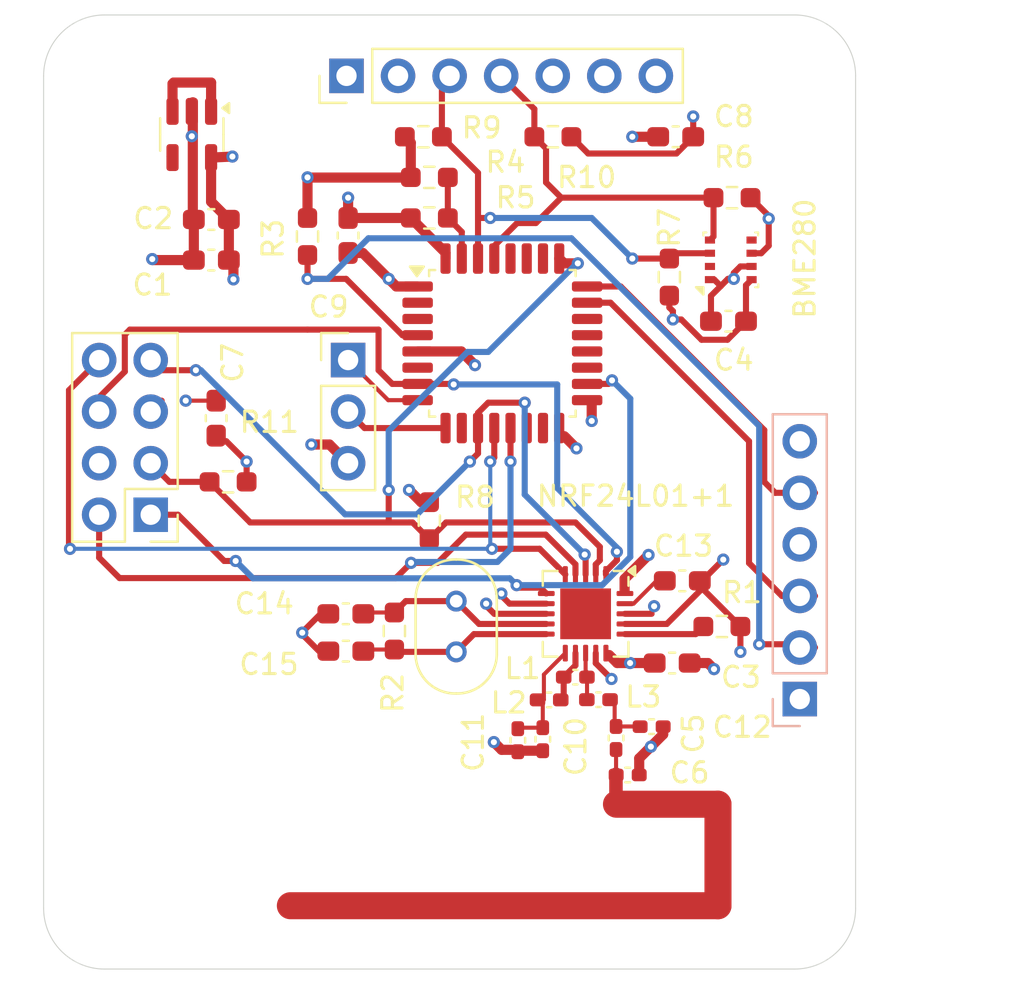
<source format=kicad_pcb>
(kicad_pcb (version 20240108) (generator "pcbnew") (generator_version "8.0")
  (layers (0 "F.Cu" signal) (1 "In1.Cu" signal) (2 "In2.Cu" signal) (31 "B.Cu" signal) (34 "B.Paste" user) (35 "F.Paste" user) (36 "B.SilkS" user "B.Silkscreen") (37 "F.SilkS" user "F.Silkscreen") (38 "B.Mask" user) (39 "F.Mask" user) (44 "Edge.Cuts" user))
  (net 0 "")
  (net 1 "+3V3")
  (net 2 "GND1")
  (net 3 "50 O out")
  (net 4 "SPI_SCK")
  (net 5 "SPI_MOSI")
  (net 6 "CS_NRF")
  (net 7 "NRF_CE")
  (net 8 "SPI_MISO")
  (net 9 "NRF_IRQ")
  (net 10 "I2C_SDA")
  (net 12 "I2C_SCL")
  (net 15 "SW_CLK")
  (net 16 "NRST")
  (net 18 "SW_DIO")
  (net 19 "UART_RX")
  (net 20 "UART_TX")
  (net 22 "PowerIn")
  (net 23 "unconnected-(U5-BP-Pad4)")
  (net 25 "Net-(STM32F030R8-BOOT0)")
  (net 39 "Net-(NRF24L01+1-VDD_PA)")
  (net 40 "Net-(NRF24L01+1-DVDD)")
  (net 41 "Net-(NRF24L01+1-XC2)")
  (net 42 "Net-(NRF24L01+1-XC1)")
  (net 43 "Net-(NRF24L01+1-ANT1)")
  (net 44 "Net-(NRF24L01+1-ANT2)")
  (net 45 "Net-(NRF24L01+1-IREF)")
  (net 46 "Net-(C12-Pad1)")
  (footprint "Capacitor_SMD:C_0603_1608Metric_Pad1.08x0.95mm_HandSolder" (layer "F.Cu") (at 170 80.8625 90)
    (property "Reference" "C9")
    (property "Value" "1uF")
  )
  (footprint "Package_DFN_QFN:QFN-20-1EP_4x4mm_P0.5mm_EP2.5x2.5mm" (layer "F.Cu") (at 181.7 99.5 -90)
    (property "Reference" "NRF24L01+1")
    (property "Value" "~")
  )
  (footprint "Inductor_SMD:L_0402_1005Metric_Pad0.77x0.64mm_HandSolder" (layer "F.Cu") (at 179.9025 103.74 180)
    (property "Reference" "L2")
    (property "Value" "2.7nH")
  )
  (footprint "Resistor_SMD:R_0603_1608Metric_Pad0.98x0.95mm_HandSolder" (layer "F.Cu") (at 188.4125 100.125)
    (property "Reference" "R1")
    (property "Value" "22k")
  )
  (footprint "Capacitor_SMD:C_0603_1608Metric_Pad1.08x0.95mm_HandSolder" (layer "F.Cu") (at 188.7375 85.0875 180)
    (property "Reference" "C4")
    (property "Value" "1uF")
  )
  (footprint "Resistor_SMD:R_0603_1608Metric_Pad0.98x0.95mm_HandSolder" (layer "F.Cu") (at 174 80 180)
    (property "Reference" "R5")
    (property "Value" "0")
  )
  (footprint "MountingHole:MountingHole_2.2mm_M2" (layer "F.Cu") (at 158 114)
    (property "Reference" "H3" (hide yes))
    (property "Value" "MountingHole")
  )
  (footprint "Capacitor_SMD:C_0603_1608Metric_Pad1.08x0.95mm_HandSolder" (layer "F.Cu") (at 163.2625 82.075 180)
    (property "Reference" "C1")
    (property "Value" "1uF")
  )
  (footprint "Capacitor_SMD:C_0603_1608Metric_Pad1.08x0.95mm_HandSolder" (layer "F.Cu") (at 185.9625 101.925 180)
    (property "Reference" "C3")
    (property "Value" "1uF")
  )
  (footprint "Capacitor_SMD:C_0402_1005Metric_Pad0.74x0.62mm_HandSolder" (layer "F.Cu") (at 178.36 105.7275 90)
    (property "Reference" "C11")
    (property "Value" "4.7pF")
  )
  (footprint "Capacitor_SMD:C_0402_1005Metric_Pad0.74x0.62mm_HandSolder" (layer "F.Cu") (at 183.2 105.6175 -90)
    (property "Reference" "C5")
    (property "Value" "1.5p")
  )
  (footprint "Connector_PinHeader_2.54mm:PinHeader_1x07_P2.54mm_Vertical" (layer "F.Cu") (at 169.92 73 90)
    (property "Reference" "J2" (hide yes))
    (property "Value" "BME Pin Header")
  )
  (footprint "Capacitor_SMD:C_0603_1608Metric_Pad1.08x0.95mm_HandSolder" (layer "F.Cu") (at 186.4625 97.875 180)
    (property "Reference" "C13")
    (property "Value" "33nF")
  )
  (footprint "Resistor_SMD:R_0603_1608Metric_Pad0.98x0.95mm_HandSolder" (layer "F.Cu") (at 173.7075 76)
    (property "Reference" "R9")
    (property "Value" "4.7kO")
  )
  (footprint "Package_QFP:LQFP-32_7x7mm_P0.8mm" (layer "F.Cu") (at 177.6 86.175)
    (property "Reference" "STM32F030R8" (hide yes))
    (property "Value" "~")
  )
  (footprint "Capacitor_SMD:C_0603_1608Metric_Pad1.08x0.95mm_HandSolder" (layer "F.Cu") (at 163.2625 80.075 180)
    (property "Reference" "C2")
    (property "Value" "10uF")
  )
  (footprint "Capacitor_SMD:C_0402_1005Metric_Pad0.74x0.62mm_HandSolder" (layer "F.Cu") (at 183.7725 107.44)
    (property "Reference" "C6")
    (property "Value" "1pF")
  )
  (footprint "Connector_PinHeader_2.54mm:PinHeader_1x03_P2.54mm_Vertical" (layer "F.Cu") (at 170 87)
    (property "Reference" "UART1" (hide yes))
    (property "Value" "UART")
  )
  (footprint "ECS-160-20-46X:XTAL_ECS-160-20-46X" (layer "F.Cu") (at 175.325 100.125 -90)
    (property "Reference" "Y1" (hide yes))
    (property "Value" "16MH")
  )
  (footprint "Capacitor_SMD:C_0603_1608Metric_Pad1.08x0.95mm_HandSolder" (layer "F.Cu") (at 186.1375 76 180)
    (property "Reference" "C8")
    (property "Value" "1u")
  )
  (footprint "Capacitor_SMD:C_0402_1005Metric_Pad0.74x0.62mm_HandSolder" (layer "F.Cu") (at 179.59 105.6775 90)
    (property "Reference" "C10")
    (property "Value" "2.2nF")
  )
  (footprint "Resistor_SMD:R_0603_1608Metric_Pad0.98x0.95mm_HandSolder" (layer "F.Cu") (at 174 78)
    (property "Reference" "R4")
    (property "Value" "no-pop")
  )
  (footprint "Resistor_SMD:R_0603_1608Metric_Pad0.98x0.95mm_HandSolder" (layer "F.Cu") (at 168 80.9125 -90)
    (property "Reference" "R3")
    (property "Value" "10k")
  )
  (footprint "Package_TO_SOT_SMD:SOT-23-5" (layer "F.Cu") (at 162.3 75.8875 -90)
    (property "Reference" "U5" (hide yes))
    (property "Value" "MIC5205-3.3YM5")
  )
  (footprint "Inductor_SMD:L_0402_1005Metric_Pad0.77x0.64mm_HandSolder" (layer "F.Cu") (at 182.3325 103.73 180)
    (property "Reference" "L3")
    (property "Value" "3.9nH")
  )
  (footprint "MountingHole:MountingHole_2.2mm_M2" (layer "F.Cu") (at 192 114)
    (property "Reference" "H4" (hide yes))
    (property "Value" "MountingHole")
  )
  (footprint "Package_LGA:Bosch_LGA-8_2.5x2.5mm_P0.65mm_ClockwisePinNumbering" (layer "F.Cu") (at 188.85 82.0625 90)
    (property "Reference" "BME280")
    (property "Value" "BME280")
  )
  (footprint "Inductor_SMD:L_0402_1005Metric_Pad0.77x0.64mm_HandSolder" (layer "F.Cu") (at 181.1925 102.62)
    (property "Reference" "L1")
    (property "Value" "8.2nH")
  )
  (footprint "Resistor_SMD:R_0603_1608Metric_Pad0.98x0.95mm_HandSolder" (layer "F.Cu") (at 164.0875 93 180)
    (property "Reference" "R11")
    (property "Value" "4.7kO")
  )
  (footprint "Capacitor_SMD:C_0402_1005Metric_Pad0.74x0.62mm_HandSolder" (layer "F.Cu") (at 184.9525 105.06)
    (property "Reference" "C12")
    (property "Value" "1pF")
  )
  (footprint "MountingHole:MountingHole_2.2mm_M2" (layer "F.Cu") (at 158 73)
    (property "Reference" "H2" (hide yes))
    (property "Value" "MountingHole")
  )
  (footprint "Connector_PinHeader_2.54mm:PinHeader_2x04_P2.54mm_Vertical" (layer "F.Cu") (at 160.275 94.62 180)
    (property "Reference" "J1" (hide yes))
    (property "Value" "NRF Pin Header")
  )
  (footprint "Resistor_SMD:R_0603_1608Metric_Pad0.98x0.95mm_HandSolder" (layer "F.Cu") (at 185.825 82.9125 90)
    (property "Reference" "R7")
    (property "Value" "4.7kO")
  )
  (footprint "Resistor_SMD:R_0603_1608Metric_Pad0.98x0.95mm_HandSolder" (layer "F.Cu") (at 174 94.9125 -90)
    (property "Reference" "R8")
    (property "Value" "4.7kO")
  )
  (footprint "Resistor_SMD:R_0603_1608Metric_Pad0.98x0.95mm_HandSolder" (layer "F.Cu") (at 172.28 100.3475 -90)
    (property "Reference" "R2")
    (property "Value" "1M")
  )
  (footprint "Resistor_SMD:R_0603_1608Metric_Pad0.98x0.95mm_HandSolder" (layer "F.Cu") (at 188.9125 79 180)
    (property "Reference" "R6")
    (property "Value" "4.7kO")
  )
  (footprint "Capacitor_SMD:C_0603_1608Metric_Pad1.08x0.95mm_HandSolder" (layer "F.Cu") (at 169.8875 101.34 180)
    (property "Reference" "C15")
    (property "Value" "22pF")
  )
  (footprint "Capacitor_SMD:C_0603_1608Metric_Pad1.08x0.95mm_HandSolder" (layer "F.Cu") (at 169.8875 99.5 180)
    (property "Reference" "C14")
    (property "Value" "22pF")
  )
  (footprint "Capacitor_SMD:C_0603_1608Metric_Pad1.08x0.95mm_HandSolder" (layer "F.Cu") (at 163.5 89.8625 -90)
    (property "Reference" "C7")
    (property "Value" "1u")
  )
  (footprint "Resistor_SMD:R_0603_1608Metric_Pad0.98x0.95mm_HandSolder" (layer "F.Cu") (at 180.0875 76 180)
    (property "Reference" "R10")
    (property "Value" "4.7kO")
  )
  (footprint "MountingHole:MountingHole_2.2mm_M2" (layer "F.Cu") (at 192 73)
    (property "Reference" "H1" (hide yes))
    (property "Value" "MountingHole")
  )
  (footprint "Connector_PinHeader_2.54mm:PinHeader_1x06_P2.54mm_Vertical" (layer "B.Cu") (at 192.25 103.7)
    (property "Reference" "NotSure1" (hide yes))
    (property "Value" "NOT SURE WHAT THIS IS")
  )
  (gr_line (start 195 114) (end 195 73) (stroke (width 0.05)) (layer "Edge.Cuts"))
  (gr_arc (start 158 117) (mid 155.87868 116.12132) (end 155 114) (stroke (width 0.05)) (layer "Edge.Cuts"))
  (gr_line (start 192 70) (end 158 70) (stroke (width 0.05)) (layer "Edge.Cuts"))
  (gr_arc (start 155 73) (mid 155.87868 70.87868) (end 158 70) (stroke (width 0.05)) (layer "Edge.Cuts"))
  (gr_line (start 158 117) (end 192 117) (stroke (width 0.05)) (layer "Edge.Cuts"))
  (gr_arc (start 192 70) (mid 194.12132 70.87868) (end 195 73) (stroke (width 0.05)) (layer "Edge.Cuts"))
  (gr_arc (start 195 114) (mid 194.12132 116.12132) (end 192 117) (stroke (width 0.05)) (layer "Edge.Cuts"))
  (gr_line (start 155 73) (end 155 114) (stroke (width 0.05)) (layer "Edge.Cuts"))
  (segment (start 189.6 85.0875) (end 189.6 83.3125) (width 0.3) (layer "F.Cu") (net 1))
  (segment (start 190.72 80.03) (end 190.72 81.3675) (width 0.3) (layer "F.Cu") (net 1))
  (segment (start 164 91) (end 165 92) (width 0.3) (layer "F.Cu") (net 1))
  (segment (start 176.25 87.25) (end 175.575 86.575) (width 0.5) (layer "F.Cu") (net 1))
  (segment (start 186.412568 85) (end 187.412568 86) (width 0.3) (layer "F.Cu") (net 1))
  (segment (start 174 94) (end 173.6 94) (width 0.5) (layer "F.Cu") (net 1))
  (segment (start 163.25 79.2) (end 163.25 77.025) (width 0.5) (layer "F.Cu") (net 1))
  (segment (start 187.412568 86) (end 188.6875 86) (width 0.3) (layer "F.Cu") (net 1))
  (segment (start 190.72 81.3675) (end 190.35 81.7375) (width 0.3) (layer "F.Cu") (net 1))
  (segment (start 164.125 80.075) (end 164.125 82.075) (width 0.5) (layer "F.Cu") (net 1))
  (segment (start 182 89) (end 182 90) (width 0.5) (layer "F.Cu") (net 1))
  (segment (start 184.95 99.25) (end 185.075 99.125) (width 0.2032) (layer "F.Cu") (net 1))
  (segment (start 190.72 79.895) (end 189.825 79) (width 0.3) (layer "F.Cu") (net 1))
  (segment (start 173.0875 78) (end 173.0775 78.01) (width 0.5) (layer "F.Cu") (net 1))
  (segment (start 172 83) (end 172.375 83.375) (width 0.5) (layer "F.Cu") (net 1))
  (segment (start 190.72 80.03) (end 190.72 79.895) (width 0.3) (layer "F.Cu") (net 1))
  (segment (start 187 75) (end 187 76) (width 0.3) (layer "F.Cu") (net 1))
  (segment (start 173.0775 78.01) (end 168.01 78.01) (width 0.5) (layer "F.Cu") (net 1))
  (segment (start 181.975 88.975) (end 182 89) (width 0.2) (layer "F.Cu") (net 1))
  (segment (start 183.89 101.925) (end 185.1 101.925) (width 0.2) (layer "F.Cu") (net 1))
  (segment (start 170.1625 81.875) (end 170 81.7125) (width 0.3) (layer "F.Cu") (net 1))
  (segment (start 184.95 99.5) (end 184.95 99.25) (width 0.2032) (layer "F.Cu") (net 1))
  (segment (start 170 81.725) (end 170.725 81.725) (width 0.5) (layer "F.Cu") (net 1))
  (segment (start 164.35 83.025) (end 164.35 82.3) (width 0.5) (layer "F.Cu") (net 1))
  (segment (start 173.0875 76.2925) (end 172.795 76) (width 0.5) (layer "F.Cu") (net 1))
  (segment (start 164.3 76.975) (end 164.25 77.025) (width 0.3) (layer "F.Cu") (net 1))
  (segment (start 179.7625 99) (end 177.95 99) (width 0.3) (layer "F.Cu") (net 1))
  (segment (start 185 73.16) (end 185.16 73) (width 0.3) (layer "F.Cu") (net 1))
  (segment (start 185.825 83.825) (end 185.825 84.412432) (width 0.3) (layer "F.Cu") (net 1))
  (segment (start 168.01 78.01) (end 168 78) (width 0.5) (layer "F.Cu") (net 1))
  (segment (start 188.6875 86) (end 189.6 85.0875) (width 0.3) (layer "F.Cu") (net 1))
  (segment (start 186 84.587432) (end 186 85) (width 0.3) (layer "F.Cu") (net 1))
  (segment (start 168 78) (end 168 80) (width 0.5) (layer "F.Cu") (net 1))
  (segment (start 185.825 84.412432) (end 186 84.587432) (width 0.3) (layer "F.Cu") (net 1))
  (segment (start 170.725 81.725) (end 172 83) (width 0.5) (layer "F.Cu") (net 1))
  (segment (start 190.35 81.7375) (end 189.875 81.7375) (width 0.3) (layer "F.Cu") (net 1))
  (segment (start 163.775 91) (end 163.5 90.725) (width 0.3) (layer "F.Cu") (net 1))
  (segment (start 164.125 80.075) (end 163.25 79.2) (width 0.5) (layer "F.Cu") (net 1))
  (segment (start 165 93) (end 165 92) (width 0.3) (layer "F.Cu") (net 1))
  (segment (start 183.6375 99.5) (end 184.95 99.5) (width 0.3) (layer "F.Cu") (net 1))
  (segment (start 181.775 88.975) (end 181.975 88.975) (width 0.2) (layer "F.Cu") (net 1))
  (segment (start 175.575 86.575) (end 173.425 86.575) (width 0.5) (layer "F.Cu") (net 1))
  (segment (start 172.375 83.375) (end 173.425 83.375) (width 0.5) (layer "F.Cu") (net 1))
  (segment (start 182.7 101.4375) (end 182.7175 101.42) (width 0.2) (layer "F.Cu") (net 1))
  (segment (start 173.0875 78) (end 173.0875 76.2925) (width 0.5) (layer "F.Cu") (net 1))
  (segment (start 185.16 73) (end 185.16 73.16) (width 0.3) (layer "F.Cu") (net 1))
  (segment (start 189.6 83.3125) (end 189.875 83.0375) (width 0.3) (layer "F.Cu") (net 1))
  (segment (start 164 91) (end 163.775 91) (width 0.3) (layer "F.Cu") (net 1))
  (segment (start 163.25 77.025) (end 164.3 76.975) (width 0.5) (layer "F.Cu") (net 1))
  (segment (start 182.86 101.53) (end 183.255 101.925) (width 0.5) (layer "F.Cu") (net 1))
  (segment (start 181.825 76.825) (end 186.175 76.825) (width 0.3) (layer "F.Cu") (net 1))
  (segment (start 182.7 101.4375) (end 182.7975 101.4375) (width 0.2) (layer "F.Cu") (net 1))
  (segment (start 173.6 94) (end 173 93.4) (width 0.5) (layer "F.Cu") (net 1))
  (segment (start 177.95 99) (end 177.575 98.625) (width 0.3) (layer "F.Cu") (net 1))
  (segment (start 183.255 101.925) (end 185.1 101.925) (width 0.5) (layer "F.Cu") (net 1))
  (segment (start 186 85) (end 186.412568 85) (width 0.3) (layer "F.Cu") (net 1))
  (segment (start 181 76) (end 181.825 76.825) (width 0.3) (layer "F.Cu") (net 1))
  (segment (start 164.35 82.3) (end 164.125 82.075) (width 0.3) (layer "F.Cu") (net 1))
  (segment (start 186.175 76.825) (end 187 76) (width 0.3) (layer "F.Cu") (net 1))
  (via (at 164.35 83.025) (size 0.6) (drill 0.3) (layers "F.Cu" "B.Cu") (net 1))
  (via (at 186 85) (size 0.6) (drill 0.3) (layers "F.Cu" "B.Cu") (net 1))
  (via (at 185.075 99.125) (size 0.6) (drill 0.3) (layers "F.Cu" "B.Cu") (net 1))
  (via (at 164.3 76.975) (size 0.6) (drill 0.3) (layers "F.Cu" "B.Cu") (net 1))
  (via (at 172 83) (size 0.6) (drill 0.3) (layers "F.Cu" "B.Cu") (net 1))
  (via (at 168 78) (size 0.6) (drill 0.3) (layers "F.Cu" "B.Cu") (net 1))
  (via (at 176.25 87.25) (size 0.6) (drill 0.3) (layers "F.Cu" "B.Cu") (net 1))
  (via (at 173 93.4) (size 0.6) (drill 0.3) (layers "F.Cu" "B.Cu") (net 1))
  (via (at 165 92) (size 0.6) (drill 0.3) (layers "F.Cu" "B.Cu") (net 1))
  (via (at 187 75) (size 0.6) (drill 0.3) (layers "F.Cu" "B.Cu") (net 1))
  (via (at 182 90) (size 0.6) (drill 0.3) (layers "F.Cu" "B.Cu") (net 1))
  (via (at 183.89 101.925) (size 0.6) (drill 0.3) (layers "F.Cu" "B.Cu") (net 1))
  (via (at 177.55 98.5) (size 0.6) (drill 0.3) (layers "F.Cu" "B.Cu") (net 1))
  (via (at 190.72 80.03) (size 0.6) (drill 0.3) (layers "F.Cu" "B.Cu") (net 1))
  (segment (start 157.735 92.08) (end 157.735 92.156296) (width 0.3) (layer "B.Cu") (net 1))
  (segment (start 182.2 101.935096) (end 182.974904 102.71) (width 0.3) (layer "F.Cu") (net 2))
  (segment (start 187.825 83.0375) (end 188.0375 83.0375) (width 0.3) (layer "F.Cu") (net 2))
  (segment (start 189 82.7125) (end 189.325 82.3875) (width 0.3) (layer "F.Cu") (net 2))
  (segment (start 188.7125 83) (end 189 83) (width 0.3) (layer "F.Cu") (net 2))
  (segment (start 167.74 100.41) (end 168.65 99.5) (width 0.3) (layer "F.Cu") (net 2))
  (segment (start 178.41 106.245) (end 178.36 106.295) (width 0.5) (layer "F.Cu") (net 2))
  (segment (start 162 89) (end 163.5 89) (width 0.2032) (layer "F.Cu") (net 2))
  (segment (start 160.4 82.075) (end 162.4 82.075) (width 0.5) (layer "F.Cu") (net 2))
  (segment (start 185.52 105.44) (end 185.52 105.06) (width 0.5) (layer "F.Cu") (net 2))
  (segment (start 187.325 97.875) (end 187.435 97.875) (width 0.3) (layer "F.Cu") (net 2))
  (segment (start 187.325 98.125) (end 187.325 97.875) (width 0.3) (layer "F.Cu") (net 2))
  (segment (start 180.65 90.75) (end 180.75 90.85) (width 0.5) (layer "F.Cu") (net 2))
  (segment (start 168.65 99.5) (end 169.025 99.5) (width 0.2) (layer "F.Cu") (net 2))
  (segment (start 170 92.08) (end 169.08 91.16) (width 0.5) (layer "F.Cu") (net 2))
  (segment (start 183.6375 100) (end 185.7 100) (width 0.3) (layer "F.Cu") (net 2))
  (segment (start 177.56 106.2) (end 177.18 105.82) (width 0.5) (layer "F.Cu") (net 2))
  (segment (start 160.735 90) (end 160.275 89.54) (width 0.3) (layer "F.Cu") (net 2))
  (segment (start 182.2 101.4375) (end 182.2 101.935096) (width 0.3) (layer "F.Cu") (net 2))
  (segment (start 160.815 89) (end 160.275 89.54) (width 0.3) (layer "F.Cu") (net 2))
  (segment (start 189 83) (end 189 82.7125) (width 0.3) (layer "F.Cu") (net 2))
  (segment (start 188.0375 83.0375) (end 188.35625 83.35625) (width 0.3) (layer "F.Cu") (net 2))
  (segment (start 170 80) (end 173.0875 80) (width 0.5) (layer "F.Cu") (net 2))
  (segment (start 184.8 96.6) (end 183.62 97.78) (width 0.5) (layer "F.Cu") (net 2))
  (segment (start 187.875 85.0875) (end 187.875 83.8375) (width 0.3) (layer "F.Cu") (net 2))
  (segment (start 184.34 106.62) (end 184.915 106.045) (width 0.5) (layer "F.Cu") (net 2))
  (segment (start 178.06 106.2) (end 177.56 106.2) (width 0.5) (layer "F.Cu") (net 2))
  (segment (start 169.025 101.34) (end 168.57 101.34) (width 0.2) (layer "F.Cu") (net 2))
  (segment (start 179.545 106.2) (end 179.59 106.245) (width 0.5) (layer "F.Cu") (net 2))
  (segment (start 160.35 82.025) (end 160.4 82.075) (width 0.3) (layer "F.Cu") (net 2))
  (segment (start 162.4 80.075) (end 162.35 80.025) (width 0.3) (layer "F.Cu") (net 2))
  (segment (start 182.99 102.71) (end 182.974904 102.71) (width 0.3) (layer "F.Cu") (net 2))
  (segment (start 188.35625 83.35625) (end 188.7125 83) (width 0.3) (layer "F.Cu") (net 2))
  (segment (start 168.57 101.34) (end 167.69 100.46) (width 0.3) (layer "F.Cu") (net 2))
  (segment (start 187.875 83.8375) (end 188.35625 83.35625) (width 0.3) (layer "F.Cu") (net 2))
  (segment (start 189.325 82.3875) (end 189.875 82.3875) (width 0.3) (layer "F.Cu") (net 2))
  (segment (start 180.75 90.85) (end 181.25 91.35) (width 0.5) (layer "F.Cu") (net 2))
  (segment (start 183.62 97.78) (end 183.62 98.36) (width 0.5) (layer "F.Cu") (net 2))
  (segment (start 167.74 100.43) (end 167.74 100.41) (width 0.2) (layer "F.Cu") (net 2))
  (segment (start 186.825 101.925) (end 187.725 101.925) (width 0.5) (layer "F.Cu") (net 2))
  (segment (start 185.7 100) (end 187.45 98.25) (width 0.3) (layer "F.Cu") (net 2))
  (segment (start 178.36 106.295) (end 178.36 106.5) (width 0.2) (layer "F.Cu") (net 2))
  (segment (start 189.325 100.125) (end 187.45 98.25) (width 0.3) (layer "F.Cu") (net 2))
  (segment (start 187.435 97.875) (end 188.48 96.83) (width 0.3) (layer "F.Cu") (net 2))
  (segment (start 179.59 106.245) (end 178.41 106.245) (width 0.5) (layer "F.Cu") (net 2))
  (segment (start 174.8 81.7125) (end 173.0875 80) (width 0.5) (layer "F.Cu") (net 2))
  (segment (start 184.8 96.6) (end 184.7 96.5) (width 0.3) (layer "F.Cu") (net 2))
  (segment (start 169.08 91.16) (end 168.19 91.16) (width 0.5) (layer "F.Cu") (net 2))
  (segment (start 189.325 100.125) (end 189.325 101.375) (width 0.3) (layer "F.Cu") (net 2))
  (segment (start 187.45 98.25) (end 187.325 98.125) (width 0.3) (layer "F.Cu") (net 2))
  (segment (start 170 80) (end 170 79) (width 0.5) (layer "F.Cu") (net 2))
  (segment (start 184.915 106.045) (end 185.52 105.44) (width 0.5) (layer "F.Cu") (net 2))
  (segment (start 185.275 76) (end 184 76) (width 0.5) (layer "F.Cu") (net 2))
  (segment (start 162.35 80.025) (end 162.35 74.3) (width 0.5) (layer "F.Cu") (net 2))
  (segment (start 162.35 76.025) (end 162.3 75.975) (width 0.3) (layer "F.Cu") (net 2))
  (segment (start 162.4 80.075) (end 162.4 82.075) (width 0.5) (layer "F.Cu") (net 2))
  (segment (start 177.2 99.5) (end 176.825 99.125) (width 0.3) (layer "F.Cu") (net 2))
  (segment (start 179.7625 99.5) (end 177.2 99.5) (width 0.3) (layer "F.Cu") (net 2))
  (segment (start 174.8 82) (end 174.8 81.7125) (width 0.5) (layer "F.Cu") (net 2))
  (segment (start 167.72 100.43) (end 167.74 100.43) (width 0.2) (layer "F.Cu") (net 2))
  (segment (start 184.34 107.44) (end 184.34 106.62) (width 0.5) (layer "F.Cu") (net 2))
  (segment (start 167.69 100.46) (end 167.72 100.43) (width 0.2) (layer "F.Cu") (net 2))
  (segment (start 187.725 101.925) (end 188.025 102.225) (width 0.5) (layer "F.Cu") (net 2))
  (via (at 160.35 82.025) (size 0.6) (drill 0.3) (layers "F.Cu" "B.Cu") (net 2))
  (via (at 176.8 99) (size 0.6) (drill 0.3) (layers "F.Cu" "B.Cu") (net 2))
  (via (at 177.18 105.82) (size 0.6) (drill 0.3) (layers "F.Cu" "B.Cu") (net 2))
  (via (at 184 76) (size 0.6) (drill 0.3) (layers "F.Cu" "B.Cu") (net 2))
  (via (at 184.8 96.6) (size 0.6) (drill 0.3) (layers "F.Cu" "B.Cu") (net 2))
  (via (at 188.025 102.225) (size 0.6) (drill 0.3) (layers "F.Cu" "B.Cu") (net 2))
  (via (at 170 79) (size 0.6) (drill 0.3) (layers "F.Cu" "B.Cu") (net 2))
  (via (at 188.48 96.83) (size 0.6) (drill 0.3) (layers "F.Cu" "B.Cu") (net 2))
  (via (at 162.3 75.975) (size 0.6) (drill 0.3) (layers "F.Cu" "B.Cu") (net 2))
  (via (at 189.325 101.375) (size 0.6) (drill 0.3) (layers "F.Cu" "B.Cu") (net 2))
  (via (at 167.74 100.43) (size 0.6) (drill 0.3) (layers "F.Cu" "B.Cu") (net 2))
  (via (at 162 89) (size 0.6) (drill 0.3) (layers "F.Cu" "B.Cu") (net 2))
  (via (at 181.25 91.35) (size 0.6) (drill 0.3) (layers "F.Cu" "B.Cu") (net 2))
  (via (at 189 83) (size 0.6) (drill 0.3) (layers "F.Cu" "B.Cu") (net 2))
  (via (at 184.915 106.045) (size 0.6) (drill 0.3) (layers "F.Cu" "B.Cu") (net 2))
  (via (at 182.974904 102.71) (size 0.6) (drill 0.3) (layers "F.Cu" "B.Cu") (net 2))
  (via (at 168.19 91.16) (size 0.6) (drill 0.3) (layers "F.Cu" "B.Cu") (net 2))
  (segment (start 183.195 107.405) (end 183.195 108.88) (width 0.6666) (layer "F.Cu") (net 3))
  (segment (start 183.2 107.435) (end 183.205 107.44) (width 0.2) (layer "F.Cu") (net 3))
  (segment (start 188.22 108.88) (end 188.22 113.88) (width 1.3332) (layer "F.Cu") (net 3))
  (segment (start 183.2 106.185) (end 183.2 107.435) (width 0.2) (layer "F.Cu") (net 3))
  (segment (start 188.22 108.88) (end 183.22 108.88) (width 1.3332) (layer "F.Cu") (net 3))
  (segment (start 188.22 113.88) (end 167.1553 113.88) (width 1.3332) (layer "F.Cu") (net 3))
  (segment (start 162.5 87.5) (end 160.775 87.5) (width 0.3) (layer "F.Cu") (net 4))
  (segment (start 176.4 90.35) (end 176.4 89.600001) (width 0.3) (layer "F.Cu") (net 4))
  (segment (start 176 92) (end 176.4 91.6) (width 0.3) (layer "F.Cu") (net 4))
  (segment (start 176.900001 89.1) (end 178.7 89.1) (width 0.3) (layer "F.Cu") (net 4))
  (segment (start 160.775 87.5) (end 160.275 87) (width 0.3) (layer "F.Cu") (net 4))
  (segment (start 176.4 89.600001) (end 176.900001 89.1) (width 0.3) (layer "F.Cu") (net 4))
  (segment (start 176.4 91.6) (end 176.4 90.35) (width 0.3) (layer "F.Cu") (net 4))
  (segment (start 181.7 97.5625) (end 181.7 96.7) (width 0.3) (layer "F.Cu") (net 4))
  (via (at 178.7 89.1) (size 0.6) (drill 0.3) (layers "F.Cu" "B.Cu") (net 4))
  (via (at 176 92) (size 0.6) (drill 0.3) (layers "F.Cu" "B.Cu") (net 4))
  (via (at 162.5 87.5) (size 0.6) (drill 0.3) (layers "F.Cu" "B.Cu") (net 4))
  (via (at 181.653296 96.581318) (size 0.6) (drill 0.3) (layers "F.Cu" "B.Cu") (net 4))
  (segment (start 176 92) (end 173.4 94.6) (width 0.3) (layer "B.Cu") (net 4))
  (segment (start 162.75 87.5) (end 162.5 87.5) (width 0.3) (layer "B.Cu") (net 4))
  (segment (start 173.4 94.6) (end 169.85 94.6) (width 0.3) (layer "B.Cu") (net 4))
  (segment (start 169.85 94.6) (end 162.75 87.5) (width 0.3) (layer "B.Cu") (net 4))
  (segment (start 178.7 89.1) (end 178.7 89.2) (width 0.3) (layer "B.Cu") (net 4))
  (segment (start 178.7 93.628022) (end 178.7 89.1) (width 0.3) (layer "B.Cu") (net 4))
  (segment (start 181.653296 96.581318) (end 178.7 93.628022) (width 0.3) (layer "B.Cu") (net 4))
  (segment (start 178 90.35) (end 178 92) (width 0.3) (layer "F.Cu") (net 5))
  (segment (start 172.35 97.74) (end 158.74 97.74) (width 0.3) (layer "F.Cu") (net 5))
  (segment (start 181.2 97.064904) (end 181.2 97.5625) (width 0.3) (layer "F.Cu") (net 5))
  (segment (start 179.735096 95.6) (end 181.2 97.064904) (width 0.3) (layer "F.Cu") (net 5))
  (segment (start 173.1 96.99) (end 172.35 97.74) (width 0.3) (layer "F.Cu") (net 5))
  (segment (start 174.41 96.99) (end 175.8 95.6) (width 0.3) (layer "F.Cu") (net 5))
  (segment (start 173.1 96.99) (end 174.41 96.99) (width 0.3) (layer "F.Cu") (net 5))
  (segment (start 157.735 96.735) (end 157.735 94.62) (width 0.3) (layer "F.Cu") (net 5))
  (segment (start 158.74 97.74) (end 157.735 96.735) (width 0.3) (layer "F.Cu") (net 5))
  (segment (start 175.8 95.6) (end 179.735096 95.6) (width 0.3) (layer "F.Cu") (net 5))
  (via (at 178 92) (size 0.6) (drill 0.3) (layers "F.Cu" "B.Cu") (net 5))
  (via (at 173.1 96.99) (size 0.6) (drill 0.3) (layers "F.Cu" "B.Cu") (net 5))
  (segment (start 177.35288 96.94712) (end 178 96.3) (width 0.3) (layer "B.Cu") (net 5))
  (segment (start 178 96.3) (end 178 92) (width 0.3) (layer "B.Cu") (net 5))
  (segment (start 173.1 96.99) (end 173.14288 96.94712) (width 0.3) (layer "B.Cu") (net 5))
  (segment (start 173.14288 96.94712) (end 177.35288 96.94712) (width 0.3) (layer "B.Cu") (net 5))
  (segment (start 165.175 95) (end 163.175 93) (width 0.3) (layer "F.Cu") (net 6))
  (segment (start 182.4 96.2) (end 182.4 96.864904) (width 0.3) (layer "F.Cu") (net 6))
  (segment (start 161.195 93) (end 160.275 92.08) (width 0.3) (layer "F.Cu") (net 6))
  (segment (start 173.175 95) (end 173 95) (width 0.3) (layer "F.Cu") (net 6))
  (segment (start 182.4 96.864904) (end 182.2 97.064904) (width 0.3) (layer "F.Cu") (net 6))
  (segment (start 165.175 95) (end 172 95) (width 0.3) (layer "F.Cu") (net 6))
  (segment (start 174 95.825) (end 173.175 95) (width 0.3) (layer "F.Cu") (net 6))
  (segment (start 174.825 95) (end 181.2 95) (width 0.3) (layer "F.Cu") (net 6))
  (segment (start 172 93.4) (end 172 95) (width 0.3) (layer "F.Cu") (net 6))
  (segment (start 163.175 93) (end 161.195 93) (width 0.3) (layer "F.Cu") (net 6))
  (segment (start 182.2 97.064904) (end 182.2 97.5625) (width 0.3) (layer "F.Cu") (net 6))
  (segment (start 181.2 95) (end 182.4 96.2) (width 0.3) (layer "F.Cu") (net 6))
  (segment (start 173 95) (end 172 95) (width 0.3) (layer "F.Cu") (net 6))
  (segment (start 174 95.825) (end 174.825 95) (width 0.3) (layer "F.Cu") (net 6))
  (segment (start 180.63462 82.23462) (end 180.4 82) (width 0.5) (layer "F.Cu") (net 6))
  (segment (start 181.31538 82.23462) (end 180.63462 82.23462) (width 0.5) (layer "F.Cu") (net 6))
  (via (at 181.31538 82.23462) (size 0.6) (drill 0.3) (layers "F.Cu" "B.Cu") (net 6))
  (via (at 172 93.4) (size 0.6) (drill 0.3) (layers "F.Cu" "B.Cu") (net 6))
  (segment (start 176.9 86.6) (end 175.880761 86.6) (width 0.3) (layer "B.Cu") (net 6))
  (segment (start 181.26538 82.23462) (end 176.9 86.6) (width 0.3) (layer "B.Cu") (net 6))
  (segment (start 172 90.480761) (end 172 93.4) (width 0.3) (layer "B.Cu") (net 6))
  (segment (start 175.880761 86.6) (end 172 90.480761) (width 0.3) (layer "B.Cu") (net 6))
  (segment (start 181.31538 82.23462) (end 181.26538 82.23462) (width 0.3) (layer "B.Cu") (net 6))
  (segment (start 157.735 88.832894) (end 157.735 89.54) (width 0.3) (layer "F.Cu") (net 7))
  (segment (start 159 87.567894) (end 157.735 88.832894) (width 0.3) (layer "F.Cu") (net 7))
  (segment (start 182.7 97.4) (end 182.7 97.5625) (width 0.3) (layer "F.Cu") (net 7))
  (segment (start 183.24038 96.44038) (end 183.24038 96.85962) (width 0.3) (layer "F.Cu") (net 7))
  (segment (start 168 85.5) (end 159.25 85.5) (width 0.3) (layer "F.Cu") (net 7))
  (segment (start 159 85.75) (end 159 87.567894) (width 0.3) (layer "F.Cu") (net 7))
  (segment (start 173.425 88.175) (end 175.175 88.175) (width 0.3) (layer "F.Cu") (net 7))
  (segment (start 159.25 85.5) (end 159 85.75) (width 0.3) (layer "F.Cu") (net 7))
  (segment (start 171.5 87.5) (end 171.5 85.5) (width 0.3) (layer "F.Cu") (net 7))
  (segment (start 175.175 88.175) (end 175.2 88.2) (width 0.3) (layer "F.Cu") (net 7))
  (segment (start 183.24038 96.85962) (end 182.7 97.4) (width 0.3) (layer "F.Cu") (net 7))
  (segment (start 172.175 88.175) (end 171.5 87.5) (width 0.3) (layer "F.Cu") (net 7))
  (segment (start 171.5 85.5) (end 168 85.5) (width 0.3) (layer "F.Cu") (net 7))
  (segment (start 173.425 88.175) (end 172.175 88.175) (width 0.3) (layer "F.Cu") (net 7))
  (via (at 183.24038 96.44038) (size 0.6) (drill 0.3) (layers "F.Cu" "B.Cu") (net 7))
  (via (at 175.2 88.2) (size 0.6) (drill 0.3) (layers "F.Cu" "B.Cu") (net 7))
  (segment (start 180.3 93.3) (end 180.3 88.2) (width 0.3) (layer "B.Cu") (net 7))
  (segment (start 183.24038 96.24038) (end 180.3 93.3) (width 0.3) (layer "B.Cu") (net 7))
  (segment (start 180.3 88.2) (end 175.2 88.2) (width 0.3) (layer "B.Cu") (net 7))
  (segment (start 183.24038 96.44038) (end 183.24038 96.24038) (width 0.3) (layer "B.Cu") (net 7))
  (segment (start 179.43462 96.29712) (end 177.083568 96.29712) (width 0.3) (layer "F.Cu") (net 8))
  (segment (start 180.7 97.5625) (end 179.43462 96.29712) (width 0.3) (layer "F.Cu") (net 8))
  (segment (start 177.2 90.35) (end 177.2 91.8) (width 0.3) (layer "F.Cu") (net 8))
  (segment (start 156.25 88.485) (end 156.25 96.25) (width 0.3) (layer "F.Cu") (net 8))
  (segment (start 157.735 87) (end 156.25 88.485) (width 0.3) (layer "F.Cu") (net 8))
  (segment (start 177.2 91.8) (end 177 92) (width 0.3) (layer "F.Cu") (net 8))
  (segment (start 156.25 96.25) (end 156.3 96.3) (width 0.3) (layer "F.Cu") (net 8))
  (via (at 177 92) (size 0.6) (drill 0.3) (layers "F.Cu" "B.Cu") (net 8))
  (via (at 156.3 96.3) (size 0.6) (drill 0.3) (layers "F.Cu" "B.Cu") (net 8))
  (via (at 177.083568 96.29712) (size 0.6) (drill 0.3) (layers "F.Cu" "B.Cu") (net 8))
  (segment (start 177.083568 96.29712) (end 177.00288 96.216432) (width 0.2) (layer "B.Cu") (net 8))
  (segment (start 156.40288 96.29712) (end 156.4 96.3) (width 0.2) (layer "B.Cu") (net 8))
  (segment (start 156.3 96.3) (end 156.3 96.4) (width 0.2) (layer "B.Cu") (net 8))
  (segment (start 156.4 96.3) (end 156.3 96.3) (width 0.2) (layer "B.Cu") (net 8))
  (segment (start 177.083568 96.29712) (end 156.40288 96.29712) (width 0.2) (layer "B.Cu") (net 8))
  (segment (start 177.00288 96.216432) (end 177.00288 92.00288) (width 0.2) (layer "B.Cu") (net 8))
  (segment (start 156.3 96.4) (end 156.3 96.4) (width 0.2) (layer "B.Cu") (net 8))
  (segment (start 177.00288 92.00288) (end 177 92) (width 0.2) (layer "B.Cu") (net 8))
  (segment (start 179.7593 98.4968) (end 179.7625 98.4968) (width 0.3) (layer "F.Cu") (net 9))
  (segment (start 161.62 94.62) (end 160.275 94.62) (width 0.3) (layer "F.Cu") (net 9))
  (segment (start 178.325 98.2125) (end 179.475 98.2125) (width 0.3) (layer "F.Cu") (net 9))
  (segment (start 181.775 88.175) (end 182.825 88.175) (width 0.3) (layer "F.Cu") (net 9))
  (segment (start 182.825 88.175) (end 183 88) (width 0.3) (layer "F.Cu") (net 9))
  (segment (start 163.89712 96.89712) (end 161.62 94.62) (width 0.3) (layer "F.Cu") (net 9))
  (segment (start 179.475 98.2125) (end 179.7593 98.4968) (width 0.3) (layer "F.Cu") (net 9))
  (segment (start 164.46 96.89712) (end 163.89712 96.89712) (width 0.3) (layer "F.Cu") (net 9))
  (via (at 164.46 96.89712) (size 0.6) (drill 0.3) (layers "F.Cu" "B.Cu") (net 9))
  (via (at 178.3 98.0875) (size 0.6) (drill 0.3) (layers "F.Cu" "B.Cu") (net 9))
  (via (at 183 88) (size 0.6) (drill 0.3) (layers "F.Cu" "B.Cu") (net 9))
  (segment (start 165.31288 97.75) (end 177.9625 97.75) (width 0.3) (layer "B.Cu") (net 9))
  (segment (start 178.3 98.0875) (end 182.5125 98.0875) (width 0.3) (layer "B.Cu") (net 9))
  (segment (start 177.9625 97.75) (end 178.3 98.0875) (width 0.3) (layer "B.Cu") (net 9))
  (segment (start 183.9 96.7) (end 183.9 88.9) (width 0.3) (layer "B.Cu") (net 9))
  (segment (start 183.9 88.9) (end 183 88) (width 0.3) (layer "B.Cu") (net 9))
  (segment (start 182.5125 98.0875) (end 183.9 96.7) (width 0.3) (layer "B.Cu") (net 9))
  (segment (start 164.46 96.89712) (end 165.31288 97.75) (width 0.3) (layer "B.Cu") (net 9))
  (segment (start 178.3 98) (end 178.3 98.0875) (width 0.3) (layer "B.Cu") (net 9))
  (segment (start 176.4 77.78) (end 176.4 80) (width 0.3) (layer "F.Cu") (net 10))
  (segment (start 186.0875 81.7375) (end 187.825 81.7375) (width 0.3) (layer "F.Cu") (net 10))
  (segment (start 185.825 82) (end 186.0875 81.7375) (width 0.3) (layer "F.Cu") (net 10))
  (segment (start 174.62 76) (end 176.4 77.78) (width 0.3) (layer "F.Cu") (net 10))
  (segment (start 185.825 82) (end 184 82) (width 0.3) (layer "F.Cu") (net 10))
  (segment (start 177 80) (end 176.4 80) (width 0.3) (layer "F.Cu") (net 10))
  (segment (start 176.4 80) (end 176.4 82) (width 0.3) (layer "F.Cu") (net 10))
  (segment (start 174.62 73.38) (end 175 73) (width 0.3) (layer "F.Cu") (net 10))
  (segment (start 174.62 76) (end 174.62 73.38) (width 0.3) (layer "F.Cu") (net 10))
  (via (at 184 82) (size 0.6) (drill 0.3) (layers "F.Cu" "B.Cu") (net 10))
  (via (at 177 80) (size 0.6) (drill 0.3) (layers "F.Cu" "B.Cu") (net 10))
  (segment (start 182 80) (end 184 82) (width 0.3) (layer "B.Cu") (net 10))
  (segment (start 177 80) (end 182 80) (width 0.3) (layer "B.Cu") (net 10))
  (segment (start 180.5 79) (end 179.25 80.25) (width 0.3) (layer "F.Cu") (net 12))
  (segment (start 179.75 76.575) (end 179.75 78.25) (width 0.3) (layer "F.Cu") (net 12))
  (segment (start 178.324784 80.25) (end 177.2 81.374784) (width 0.3) (layer "F.Cu") (net 12))
  (segment (start 179.25 80.25) (end 178.324784 80.25) (width 0.3) (layer "F.Cu") (net 12))
  (segment (start 179.75 78.25) (end 180.5 79) (width 0.3) (layer "F.Cu") (net 12))
  (segment (start 179.175 74.635) (end 177.54 73) (width 0.3) (layer "F.Cu") (net 12))
  (segment (start 188 79) (end 188 80.9125) (width 0.3) (layer "F.Cu") (net 12))
  (segment (start 179.175 76) (end 179.75 76.575) (width 0.3) (layer "F.Cu") (net 12))
  (segment (start 179.175 76) (end 179.175 74.635) (width 0.3) (layer "F.Cu") (net 12))
  (segment (start 188 80.9125) (end 187.825 81.0875) (width 0.3) (layer "F.Cu") (net 12))
  (segment (start 177.2 81.374784) (end 177.2 82) (width 0.3) (layer "F.Cu") (net 12))
  (segment (start 180.5 79) (end 188 79) (width 0.3) (layer "F.Cu") (net 12))
  (segment (start 190.5 90.447057) (end 183.427943 83.375) (width 0.3) (layer "F.Cu") (net 15))
  (segment (start 190.5 93) (end 190.5 90.447057) (width 0.3) (layer "F.Cu") (net 15))
  (segment (start 193 93.54) (end 191.04 93.54) (width 0.3) (layer "F.Cu") (net 15))
  (segment (start 183.427943 83.375) (end 181.775 83.375) (width 0.3) (layer "F.Cu") (net 15))
  (segment (start 191.04 93.54) (end 190.5 93) (width 0.3) (layer "F.Cu") (net 15))
  (segment (start 192.84 101) (end 193 101.16) (width 0.3) (layer "F.Cu") (net 16))
  (segment (start 168 83) (end 169.900001 83) (width 0.3) (layer "F.Cu") (net 16))
  (segment (start 168 81.825) (end 168 83) (width 0.3) (layer "F.Cu") (net 16))
  (segment (start 190.25 101) (end 192.84 101) (width 0.3) (layer "F.Cu") (net 16))
  (segment (start 172.675001 85.775) (end 173.425 85.775) (width 0.3) (layer "F.Cu") (net 16))
  (segment (start 169.900001 83) (end 172.675001 85.775) (width 0.3) (layer "F.Cu") (net 16))
  (via (at 190.25 101) (size 0.6) (drill 0.3) (layers "F.Cu" "B.Cu") (net 16))
  (via (at 168 83) (size 0.6) (drill 0.3) (layers "F.Cu" "B.Cu") (net 16))
  (segment (start 190.25 90.25) (end 181 81) (width 0.3) (layer "B.Cu") (net 16))
  (segment (start 190.25 101) (end 190.25 90.25) (width 0.3) (layer "B.Cu") (net 16))
  (segment (start 181 81) (end 171 81) (width 0.3) (layer "B.Cu") (net 16))
  (segment (start 171 81) (end 169 83) (width 0.3) (layer "B.Cu") (net 16))
  (segment (start 169 83) (end 168 83) (width 0.3) (layer "B.Cu") (net 16))
  (segment (start 182.927894 84.175) (end 181.775 84.175) (width 0.3) (layer "F.Cu") (net 18))
  (segment (start 191.37 98.62) (end 189.75 97) (width 0.3) (layer "F.Cu") (net 18))
  (segment (start 189.75 97) (end 189.75 90.997106) (width 0.3) (layer "F.Cu") (net 18))
  (segment (start 193 98.62) (end 191.37 98.62) (width 0.3) (layer "F.Cu") (net 18))
  (segment (start 189.75 90.997106) (end 182.927894 84.175) (width 0.3) (layer "F.Cu") (net 18))
  (segment (start 174.8 90.35) (end 170.81 90.35) (width 0.3) (layer "F.Cu") (net 19))
  (segment (start 170.81 90.35) (end 170 89.54) (width 0.3) (layer "F.Cu") (net 19))
  (segment (start 174.69 90.46) (end 174.8 90.35) (width 0.3) (layer "F.Cu") (net 19))
  (segment (start 171.975 88.975) (end 170 87) (width 0.2032) (layer "F.Cu") (net 20))
  (segment (start 173.425 88.975) (end 171.975 88.975) (width 0.2032) (layer "F.Cu") (net 20))
  (segment (start 161.35 73.39) (end 161.35 74.75) (width 0.5) (layer "F.Cu") (net 22))
  (segment (start 163.25 73.33) (end 161.41 73.33) (width 0.5) (layer "F.Cu") (net 22))
  (segment (start 161.41 73.33) (end 161.35 73.39) (width 0.5) (layer "F.Cu") (net 22))
  (segment (start 163.25 74.75) (end 163.25 73.33) (width 0.5) (layer "F.Cu") (net 22))
  (segment (start 161.35 77.025) (end 161.3 76.975) (width 0.5) (layer "F.Cu") (net 23))
  (segment (start 175.6 80.6875) (end 174.9125 80) (width 0.3) (layer "F.Cu") (net 25))
  (segment (start 175.6 82) (end 175.6 80.6875) (width 0.3) (layer "F.Cu") (net 25))
  (segment (start 174.9125 78) (end 174.9125 80) (width 0.3) (layer "F.Cu") (net 25))
  (segment (start 180.7 101.4375) (end 179.645 102.4925) (width 0.2) (layer "F.Cu") (net 39))
  (segment (start 179.59 103.785) (end 179.645 103.73) (width 0.2) (layer "F.Cu") (net 39))
  (segment (start 178.41 105.11) (end 178.36 105.16) (width 0.2) (layer "F.Cu") (net 39))
  (segment (start 179.59 105.11) (end 178.41 105.11) (width 0.2) (layer "F.Cu") (net 39))
  (segment (start 179.645 102.4925) (end 179.645 103.73) (width 0.2) (layer "F.Cu") (net 39))
  (segment (start 179.59 105.11) (end 179.59 103.785) (width 0.2) (layer "F.Cu") (net 39))
  (segment (start 185.325 97.6375) (end 185.325 97.739386) (width 0.2) (layer "F.Cu") (net 40))
  (segment (start 184.064386 99) (end 183.6375 99) (width 0.2) (layer "F.Cu") (net 40))
  (segment (start 185.325 97.739386) (end 184.064386 99) (width 0.2) (layer "F.Cu") (net 40))
  (segment (start 179.7625 100) (end 176.45 100) (width 0.3) (layer "F.Cu") (net 41))
  (segment (start 175.325 98.875) (end 172.84 98.875) (width 0.3) (layer "F.Cu") (net 41))
  (segment (start 172.28 99.435) (end 170.815 99.435) (width 0.2) (layer "F.Cu") (net 41))
  (segment (start 172.84 98.875) (end 172.28 99.435) (width 0.3) (layer "F.Cu") (net 41))
  (segment (start 170.815 99.435) (end 170.75 99.5) (width 0.2) (layer "F.Cu") (net 41))
  (segment (start 176.45 100) (end 175.325 98.875) (width 0.3) (layer "F.Cu") (net 41))
  (segment (start 170.83 101.26) (end 170.75 101.34) (width 0.2) (layer "F.Cu") (net 42))
  (segment (start 179.7625 100.5) (end 176.2 100.5) (width 0.3) (layer "F.Cu") (net 42))
  (segment (start 172.395 101.375) (end 172.28 101.26) (width 0.3) (layer "F.Cu") (net 42))
  (segment (start 175.325 101.375) (end 172.395 101.375) (width 0.3) (layer "F.Cu") (net 42))
  (segment (start 176.2 100.5) (end 175.325 101.375) (width 0.3) (layer "F.Cu") (net 42))
  (segment (start 172.28 101.26) (end 170.83 101.26) (width 0.2) (layer "F.Cu") (net 42))
  (segment (start 181.2 102.04) (end 180.62 102.62) (width 0.3) (layer "F.Cu") (net 43))
  (segment (start 181.2 101.4375) (end 181.2 102.04) (width 0.3) (layer "F.Cu") (net 43))
  (segment (start 180.62 102.62) (end 180.62 103.595) (width 0.3) (layer "F.Cu") (net 43))
  (segment (start 180.62 103.595) (end 180.475 103.74) (width 0.3) (layer "F.Cu") (net 43))
  (segment (start 181.7 101.4375) (end 181.7 102.31) (width 0.2) (layer "F.Cu") (net 44))
  (segment (start 181.77 102.38) (end 181.77 103.45) (width 0.2) (layer "F.Cu") (net 44))
  (segment (start 181.7 102.31) (end 181.77 102.38) (width 0.2) (layer "F.Cu") (net 44))
  (segment (start 187.125 100.5) (end 183.6375 100.5) (width 0.3) (layer "F.Cu") (net 45))
  (segment (start 187.5 100.125) (end 187.125 100.5) (width 0.3) (layer "F.Cu") (net 45))
  (segment (start 183.2 105.05) (end 184.375 105.05) (width 0.2) (layer "F.Cu") (net 46))
  (segment (start 183.13 103.815) (end 183.13 104.98) (width 0.2) (layer "F.Cu") (net 46))
  (segment (start 184.375 105.05) (end 184.385 105.06) (width 0.2) (layer "F.Cu") (net 46))
)
</source>
